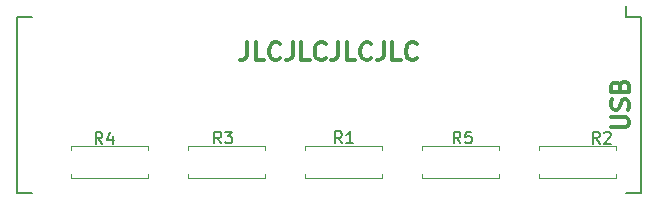
<source format=gbr>
G04 #@! TF.GenerationSoftware,KiCad,Pcbnew,(5.1.6-0-10_14)*
G04 #@! TF.CreationDate,2021-01-24T09:19:22+01:00*
G04 #@! TF.ProjectId,GW,47572e6b-6963-4616-945f-706362585858,rev?*
G04 #@! TF.SameCoordinates,Original*
G04 #@! TF.FileFunction,Legend,Top*
G04 #@! TF.FilePolarity,Positive*
%FSLAX46Y46*%
G04 Gerber Fmt 4.6, Leading zero omitted, Abs format (unit mm)*
G04 Created by KiCad (PCBNEW (5.1.6-0-10_14)) date 2021-01-24 09:19:22*
%MOMM*%
%LPD*%
G01*
G04 APERTURE LIST*
%ADD10C,0.300000*%
%ADD11C,0.150000*%
%ADD12C,0.120000*%
G04 APERTURE END LIST*
D10*
X142321828Y-100118171D02*
X142321828Y-101189600D01*
X142250400Y-101403885D01*
X142107542Y-101546742D01*
X141893257Y-101618171D01*
X141750400Y-101618171D01*
X143750400Y-101618171D02*
X143036114Y-101618171D01*
X143036114Y-100118171D01*
X145107542Y-101475314D02*
X145036114Y-101546742D01*
X144821828Y-101618171D01*
X144678971Y-101618171D01*
X144464685Y-101546742D01*
X144321828Y-101403885D01*
X144250400Y-101261028D01*
X144178971Y-100975314D01*
X144178971Y-100761028D01*
X144250400Y-100475314D01*
X144321828Y-100332457D01*
X144464685Y-100189600D01*
X144678971Y-100118171D01*
X144821828Y-100118171D01*
X145036114Y-100189600D01*
X145107542Y-100261028D01*
X146178971Y-100118171D02*
X146178971Y-101189600D01*
X146107542Y-101403885D01*
X145964685Y-101546742D01*
X145750400Y-101618171D01*
X145607542Y-101618171D01*
X147607542Y-101618171D02*
X146893257Y-101618171D01*
X146893257Y-100118171D01*
X148964685Y-101475314D02*
X148893257Y-101546742D01*
X148678971Y-101618171D01*
X148536114Y-101618171D01*
X148321828Y-101546742D01*
X148178971Y-101403885D01*
X148107542Y-101261028D01*
X148036114Y-100975314D01*
X148036114Y-100761028D01*
X148107542Y-100475314D01*
X148178971Y-100332457D01*
X148321828Y-100189600D01*
X148536114Y-100118171D01*
X148678971Y-100118171D01*
X148893257Y-100189600D01*
X148964685Y-100261028D01*
X150036114Y-100118171D02*
X150036114Y-101189600D01*
X149964685Y-101403885D01*
X149821828Y-101546742D01*
X149607542Y-101618171D01*
X149464685Y-101618171D01*
X151464685Y-101618171D02*
X150750400Y-101618171D01*
X150750400Y-100118171D01*
X152821828Y-101475314D02*
X152750400Y-101546742D01*
X152536114Y-101618171D01*
X152393257Y-101618171D01*
X152178971Y-101546742D01*
X152036114Y-101403885D01*
X151964685Y-101261028D01*
X151893257Y-100975314D01*
X151893257Y-100761028D01*
X151964685Y-100475314D01*
X152036114Y-100332457D01*
X152178971Y-100189600D01*
X152393257Y-100118171D01*
X152536114Y-100118171D01*
X152750400Y-100189600D01*
X152821828Y-100261028D01*
X153893257Y-100118171D02*
X153893257Y-101189600D01*
X153821828Y-101403885D01*
X153678971Y-101546742D01*
X153464685Y-101618171D01*
X153321828Y-101618171D01*
X155321828Y-101618171D02*
X154607542Y-101618171D01*
X154607542Y-100118171D01*
X156678971Y-101475314D02*
X156607542Y-101546742D01*
X156393257Y-101618171D01*
X156250400Y-101618171D01*
X156036114Y-101546742D01*
X155893257Y-101403885D01*
X155821828Y-101261028D01*
X155750400Y-100975314D01*
X155750400Y-100761028D01*
X155821828Y-100475314D01*
X155893257Y-100332457D01*
X156036114Y-100189600D01*
X156250400Y-100118171D01*
X156393257Y-100118171D01*
X156607542Y-100189600D01*
X156678971Y-100261028D01*
X173168571Y-107302857D02*
X174382857Y-107302857D01*
X174525714Y-107231428D01*
X174597142Y-107160000D01*
X174668571Y-107017142D01*
X174668571Y-106731428D01*
X174597142Y-106588571D01*
X174525714Y-106517142D01*
X174382857Y-106445714D01*
X173168571Y-106445714D01*
X174597142Y-105802857D02*
X174668571Y-105588571D01*
X174668571Y-105231428D01*
X174597142Y-105088571D01*
X174525714Y-105017142D01*
X174382857Y-104945714D01*
X174240000Y-104945714D01*
X174097142Y-105017142D01*
X174025714Y-105088571D01*
X173954285Y-105231428D01*
X173882857Y-105517142D01*
X173811428Y-105660000D01*
X173740000Y-105731428D01*
X173597142Y-105802857D01*
X173454285Y-105802857D01*
X173311428Y-105731428D01*
X173240000Y-105660000D01*
X173168571Y-105517142D01*
X173168571Y-105160000D01*
X173240000Y-104945714D01*
X173882857Y-103802857D02*
X173954285Y-103588571D01*
X174025714Y-103517142D01*
X174168571Y-103445714D01*
X174382857Y-103445714D01*
X174525714Y-103517142D01*
X174597142Y-103588571D01*
X174668571Y-103731428D01*
X174668571Y-104302857D01*
X173168571Y-104302857D01*
X173168571Y-103802857D01*
X173240000Y-103660000D01*
X173311428Y-103588571D01*
X173454285Y-103517142D01*
X173597142Y-103517142D01*
X173740000Y-103588571D01*
X173811428Y-103660000D01*
X173882857Y-103802857D01*
X173882857Y-104302857D01*
D11*
X174380000Y-97925000D02*
X174380000Y-96990000D01*
X122800000Y-97925000D02*
X122800000Y-112895000D01*
X175650000Y-97925000D02*
X175650000Y-112895000D01*
X122800000Y-97925000D02*
X124070000Y-97925000D01*
X122800000Y-112895000D02*
X124070000Y-112895000D01*
X175650000Y-112895000D02*
X174380000Y-112895000D01*
X175650000Y-97925000D02*
X174380000Y-97925000D01*
D12*
X153739600Y-111606000D02*
X153739600Y-111276000D01*
X147199600Y-111606000D02*
X153739600Y-111606000D01*
X147199600Y-111276000D02*
X147199600Y-111606000D01*
X153739600Y-108866000D02*
X153739600Y-109196000D01*
X147199600Y-108866000D02*
X153739600Y-108866000D01*
X147199600Y-109196000D02*
X147199600Y-108866000D01*
X173551600Y-111606000D02*
X173551600Y-111276000D01*
X167011600Y-111606000D02*
X173551600Y-111606000D01*
X167011600Y-111276000D02*
X167011600Y-111606000D01*
X173551600Y-108866000D02*
X173551600Y-109196000D01*
X167011600Y-108866000D02*
X173551600Y-108866000D01*
X167011600Y-109196000D02*
X167011600Y-108866000D01*
X143833600Y-111276000D02*
X143833600Y-111606000D01*
X143833600Y-111606000D02*
X137293600Y-111606000D01*
X137293600Y-111606000D02*
X137293600Y-111276000D01*
X143833600Y-109196000D02*
X143833600Y-108866000D01*
X143833600Y-108866000D02*
X137293600Y-108866000D01*
X137293600Y-108866000D02*
X137293600Y-109196000D01*
X133927600Y-111606000D02*
X133927600Y-111276000D01*
X127387600Y-111606000D02*
X133927600Y-111606000D01*
X127387600Y-111276000D02*
X127387600Y-111606000D01*
X133927600Y-108866000D02*
X133927600Y-109196000D01*
X127387600Y-108866000D02*
X133927600Y-108866000D01*
X127387600Y-109196000D02*
X127387600Y-108866000D01*
X163645600Y-111276000D02*
X163645600Y-111606000D01*
X163645600Y-111606000D02*
X157105600Y-111606000D01*
X157105600Y-111606000D02*
X157105600Y-111276000D01*
X163645600Y-109196000D02*
X163645600Y-108866000D01*
X163645600Y-108866000D02*
X157105600Y-108866000D01*
X157105600Y-108866000D02*
X157105600Y-109196000D01*
D11*
X150353733Y-108656380D02*
X150020400Y-108180190D01*
X149782304Y-108656380D02*
X149782304Y-107656380D01*
X150163257Y-107656380D01*
X150258495Y-107704000D01*
X150306114Y-107751619D01*
X150353733Y-107846857D01*
X150353733Y-107989714D01*
X150306114Y-108084952D01*
X150258495Y-108132571D01*
X150163257Y-108180190D01*
X149782304Y-108180190D01*
X151306114Y-108656380D02*
X150734685Y-108656380D01*
X151020400Y-108656380D02*
X151020400Y-107656380D01*
X150925161Y-107799238D01*
X150829923Y-107894476D01*
X150734685Y-107942095D01*
X172172333Y-108681780D02*
X171839000Y-108205590D01*
X171600904Y-108681780D02*
X171600904Y-107681780D01*
X171981857Y-107681780D01*
X172077095Y-107729400D01*
X172124714Y-107777019D01*
X172172333Y-107872257D01*
X172172333Y-108015114D01*
X172124714Y-108110352D01*
X172077095Y-108157971D01*
X171981857Y-108205590D01*
X171600904Y-108205590D01*
X172553285Y-107777019D02*
X172600904Y-107729400D01*
X172696142Y-107681780D01*
X172934238Y-107681780D01*
X173029476Y-107729400D01*
X173077095Y-107777019D01*
X173124714Y-107872257D01*
X173124714Y-107967495D01*
X173077095Y-108110352D01*
X172505666Y-108681780D01*
X173124714Y-108681780D01*
X140117533Y-108669080D02*
X139784200Y-108192890D01*
X139546104Y-108669080D02*
X139546104Y-107669080D01*
X139927057Y-107669080D01*
X140022295Y-107716700D01*
X140069914Y-107764319D01*
X140117533Y-107859557D01*
X140117533Y-108002414D01*
X140069914Y-108097652D01*
X140022295Y-108145271D01*
X139927057Y-108192890D01*
X139546104Y-108192890D01*
X140450866Y-107669080D02*
X141069914Y-107669080D01*
X140736580Y-108050033D01*
X140879438Y-108050033D01*
X140974676Y-108097652D01*
X141022295Y-108145271D01*
X141069914Y-108240509D01*
X141069914Y-108478604D01*
X141022295Y-108573842D01*
X140974676Y-108621461D01*
X140879438Y-108669080D01*
X140593723Y-108669080D01*
X140498485Y-108621461D01*
X140450866Y-108573842D01*
X130071833Y-108707180D02*
X129738500Y-108230990D01*
X129500404Y-108707180D02*
X129500404Y-107707180D01*
X129881357Y-107707180D01*
X129976595Y-107754800D01*
X130024214Y-107802419D01*
X130071833Y-107897657D01*
X130071833Y-108040514D01*
X130024214Y-108135752D01*
X129976595Y-108183371D01*
X129881357Y-108230990D01*
X129500404Y-108230990D01*
X130928976Y-108040514D02*
X130928976Y-108707180D01*
X130690880Y-107659561D02*
X130452785Y-108373847D01*
X131071833Y-108373847D01*
X160386733Y-108669080D02*
X160053400Y-108192890D01*
X159815304Y-108669080D02*
X159815304Y-107669080D01*
X160196257Y-107669080D01*
X160291495Y-107716700D01*
X160339114Y-107764319D01*
X160386733Y-107859557D01*
X160386733Y-108002414D01*
X160339114Y-108097652D01*
X160291495Y-108145271D01*
X160196257Y-108192890D01*
X159815304Y-108192890D01*
X161291495Y-107669080D02*
X160815304Y-107669080D01*
X160767685Y-108145271D01*
X160815304Y-108097652D01*
X160910542Y-108050033D01*
X161148638Y-108050033D01*
X161243876Y-108097652D01*
X161291495Y-108145271D01*
X161339114Y-108240509D01*
X161339114Y-108478604D01*
X161291495Y-108573842D01*
X161243876Y-108621461D01*
X161148638Y-108669080D01*
X160910542Y-108669080D01*
X160815304Y-108621461D01*
X160767685Y-108573842D01*
M02*

</source>
